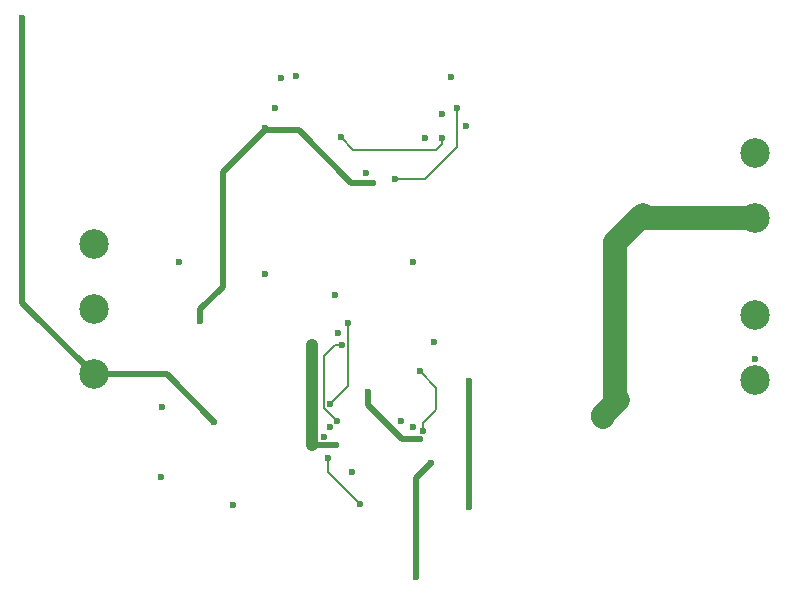
<source format=gbr>
%TF.GenerationSoftware,KiCad,Pcbnew,9.0.4-9.0.4-0~ubuntu24.04.1*%
%TF.CreationDate,2026-01-22T00:02:32-05:00*%
%TF.ProjectId,Mergung 1.18 TRACES,4d657267-756e-4672-9031-2e3138205452,rev?*%
%TF.SameCoordinates,Original*%
%TF.FileFunction,Copper,L2,Inr*%
%TF.FilePolarity,Positive*%
%FSLAX46Y46*%
G04 Gerber Fmt 4.6, Leading zero omitted, Abs format (unit mm)*
G04 Created by KiCad (PCBNEW 9.0.4-9.0.4-0~ubuntu24.04.1) date 2026-01-22 00:02:32*
%MOMM*%
%LPD*%
G01*
G04 APERTURE LIST*
%TA.AperFunction,ComponentPad*%
%ADD10C,2.500000*%
%TD*%
%TA.AperFunction,ViaPad*%
%ADD11C,0.600000*%
%TD*%
%TA.AperFunction,Conductor*%
%ADD12C,0.500000*%
%TD*%
%TA.AperFunction,Conductor*%
%ADD13C,2.000000*%
%TD*%
%TA.AperFunction,Conductor*%
%ADD14C,1.000000*%
%TD*%
%TA.AperFunction,Conductor*%
%ADD15C,0.200000*%
%TD*%
G04 APERTURE END LIST*
D10*
%TO.N,Net-(Con2-Pin_1)*%
%TO.C,Con2*%
X103000000Y-34250000D03*
%TO.N,GNDPWR*%
X103000000Y-39750000D03*
%TD*%
%TO.N,VCC*%
%TO.C,Con1*%
X47000000Y-42000000D03*
%TO.N,GNDPWR*%
X47000000Y-47500000D03*
%TO.N,GNDREF*%
X47000000Y-53000000D03*
%TD*%
%TO.N,Net-(Con3-Pin_1)*%
%TO.C,Con3*%
X103000000Y-48000000D03*
%TO.N,GNDPWR*%
X103000000Y-53500000D03*
%TD*%
D11*
%TO.N,Net-(M4-D)*%
X75571700Y-60500000D03*
X74259500Y-70200000D03*
%TO.N,GNDREF*%
X64123300Y-27779300D03*
X70653300Y-36795000D03*
X74585100Y-58504100D03*
X56000000Y-48500000D03*
X62835300Y-27902100D03*
X62334300Y-30500000D03*
X61500000Y-32153500D03*
X40943300Y-22840000D03*
X57206500Y-57035300D03*
X70201800Y-54537200D03*
%TO.N,GNDPWR*%
X67500000Y-59000000D03*
X67403900Y-46333000D03*
X91397700Y-55182600D03*
X65500000Y-50500000D03*
X90137500Y-56612500D03*
X52762600Y-55786200D03*
%TO.N,VCC*%
X68815350Y-61315350D03*
X58747300Y-64050000D03*
X54202500Y-43500000D03*
X70000000Y-36000000D03*
X78500000Y-32000000D03*
X73000000Y-57000000D03*
%TO.N,Net-(Con2-Pin_1)*%
X77208100Y-27839500D03*
%TO.N,Net-(Con3-Pin_1)*%
X75811300Y-50275000D03*
X102997400Y-51730000D03*
%TO.N,Net-(U2-VCC)*%
X52685400Y-61684300D03*
X66500000Y-58328700D03*
X67676800Y-49480000D03*
%TO.N,Net-(U1-PFM{slash}SYNC)*%
X67881800Y-32942400D03*
X76500000Y-33000000D03*
%TO.N,Net-(U2-PFM{slash}SYNC)*%
X74000000Y-57500000D03*
X67000000Y-57500000D03*
%TO.N,Net-(U1-ISNS+)*%
X74000000Y-43500000D03*
X76500000Y-31000000D03*
%TO.N,Net-(U2-ISNS+)*%
X78746800Y-64280000D03*
X78746800Y-53595600D03*
%TO.N,Net-(M1-G)*%
X72500000Y-36500000D03*
X77735300Y-30500000D03*
%TO.N,Net-(M4-G)*%
X69500000Y-64000000D03*
X66794800Y-60103200D03*
%TO.N,Net-(U2-FB)*%
X68000000Y-50500000D03*
X67592400Y-57000000D03*
%TO.N,Net-(U1-PG{slash}SYNCOUT)*%
X61500000Y-44500000D03*
X75000000Y-33000000D03*
%TO.N,Net-(U2-PG{slash}SYNCOUT)*%
X74900000Y-57851100D03*
X74593900Y-52774200D03*
%TO.N,Net-(U2-RT)*%
X67000000Y-55500000D03*
X68505000Y-48655900D03*
%TD*%
D12*
%TO.N,Net-(M4-D)*%
X74259500Y-61812200D02*
X75571700Y-60500000D01*
X74259500Y-70200000D02*
X74259500Y-61812200D01*
%TO.N,GNDREF*%
X53171200Y-53000000D02*
X47000000Y-53000000D01*
X68795000Y-36795000D02*
X64340800Y-32340800D01*
X57918900Y-35921900D02*
X61500000Y-32340800D01*
X57206500Y-57035300D02*
X53171200Y-53000000D01*
X57918900Y-45581100D02*
X57918900Y-35921900D01*
X56000000Y-47500000D02*
X57918900Y-45581100D01*
X56000000Y-48500000D02*
X56000000Y-47500000D01*
X64340800Y-32340800D02*
X61500000Y-32340800D01*
X73064300Y-58504100D02*
X74585100Y-58504100D01*
X70201800Y-55641600D02*
X73064300Y-58504100D01*
X40943300Y-22840000D02*
X40943300Y-46943300D01*
X40943300Y-46943300D02*
X47000000Y-53000000D01*
X70201800Y-54537200D02*
X70201800Y-55641600D01*
X61500000Y-32340800D02*
X61500000Y-32153500D01*
X70653300Y-36795000D02*
X68795000Y-36795000D01*
D13*
%TO.N,GNDPWR*%
X93500000Y-39500000D02*
X93750000Y-39750000D01*
D12*
X67500000Y-59000000D02*
X65500000Y-59000000D01*
D13*
X91145500Y-41854500D02*
X93500000Y-39500000D01*
D14*
X65500000Y-51500000D02*
X65500000Y-59000000D01*
D13*
X91145500Y-54930400D02*
X91145500Y-41854500D01*
D14*
X65500000Y-50500000D02*
X65500000Y-51500000D01*
D13*
X91397700Y-55182600D02*
X91145500Y-54930400D01*
X93750000Y-39750000D02*
X103000000Y-39750000D01*
X90137500Y-56442800D02*
X91397700Y-55182600D01*
X90137500Y-56612500D02*
X90137500Y-56442800D01*
D15*
%TO.N,Net-(U1-PFM{slash}SYNC)*%
X68939400Y-34000000D02*
X67881800Y-32942400D01*
X76500000Y-33500000D02*
X76000000Y-34000000D01*
X76000000Y-34000000D02*
X68939400Y-34000000D01*
X76500000Y-33000000D02*
X76500000Y-33500000D01*
D12*
%TO.N,Net-(U2-ISNS+)*%
X78746800Y-64280000D02*
X78746800Y-53595600D01*
D15*
%TO.N,Net-(M1-G)*%
X77735300Y-33764700D02*
X75000000Y-36500000D01*
X75000000Y-36500000D02*
X72500000Y-36500000D01*
X77735300Y-30500000D02*
X77735300Y-33764700D01*
%TO.N,Net-(M4-G)*%
X66794800Y-61294800D02*
X69500000Y-64000000D01*
X66794800Y-60103200D02*
X66794800Y-61294800D01*
%TO.N,Net-(U2-FB)*%
X66500000Y-55907600D02*
X67592400Y-57000000D01*
X67448400Y-50500000D02*
X66500000Y-51448400D01*
X66500000Y-51448400D02*
X66500000Y-55907600D01*
X68000000Y-50500000D02*
X67448400Y-50500000D01*
%TO.N,Net-(U2-PG{slash}SYNCOUT)*%
X74900000Y-57651100D02*
X74900000Y-57100000D01*
X75000000Y-57751100D02*
X74900000Y-57651100D01*
X76000000Y-55954800D02*
X76000000Y-54180300D01*
X76000000Y-54180300D02*
X74593900Y-52774200D01*
X74900000Y-57100000D02*
X76000000Y-56000000D01*
%TO.N,Net-(U2-RT)*%
X68505000Y-53995000D02*
X68505000Y-48655900D01*
X67000000Y-55500000D02*
X68505000Y-53995000D01*
%TD*%
M02*

</source>
